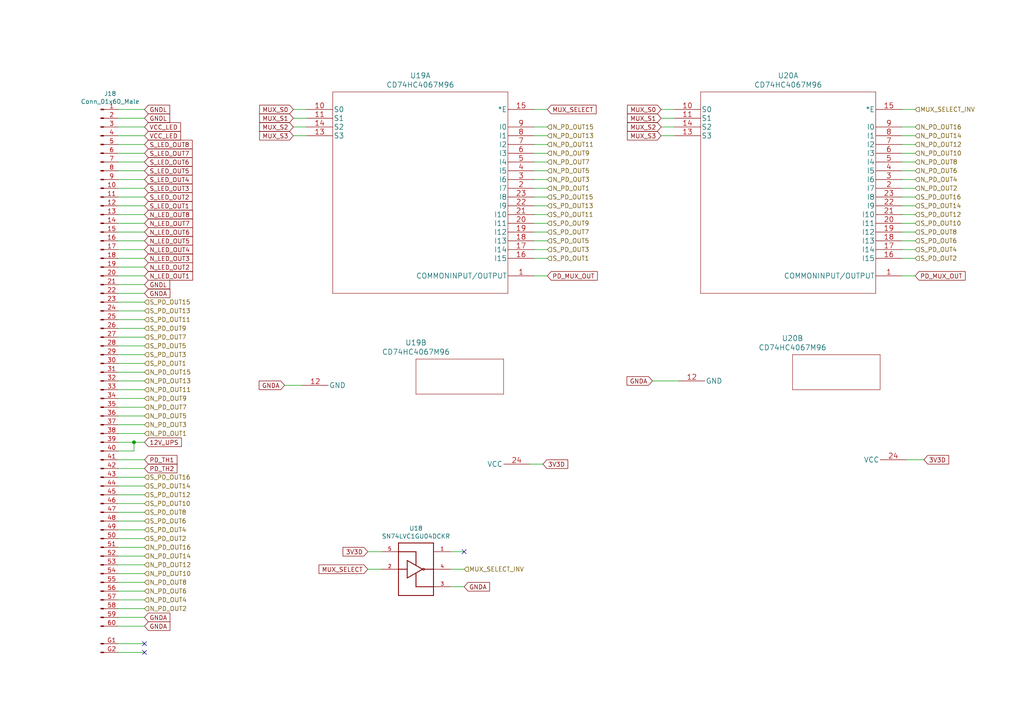
<source format=kicad_sch>
(kicad_sch (version 20211123) (generator eeschema)
  (paper "A4")
  (lib_symbols
    (symbol "Ninja-qPCR:CD74HC4067M96" (pin_names (offset 0.254))
      (property "Reference" "U" (at 33.02 10.16 0))
      (property "Value" "Ninja-qPCR_CD74HC4067M96" (at 33.02 7.62 0))
      (symbol "CD74HC4067M96_1_1"
        (polyline (pts (xy 7.62 -53.34) (xy 58.42 -53.34)) (stroke (width 0.127)))
        (polyline (pts (xy 7.62 5.08) (xy 7.62 -53.34)) (stroke (width 0.127)))
        (polyline (pts (xy 58.42 -53.34) (xy 58.42 5.08)) (stroke (width 0.127)))
        (polyline (pts (xy 58.42 5.08) (xy 7.62 5.08)) (stroke (width 0.127)))
        (pin bidirectional line (at 0 -48.26 0) (length 7.62) (name "COMMONINPUT/OUTPUT") (number "1"))
        (pin output line (at 66.04 0 180) (length 7.62) (name "S0") (number "10"))
        (pin output line (at 66.04 -2.54 180) (length 7.62) (name "S1") (number "11"))
        (pin output line (at 66.04 -7.62 180) (length 7.62) (name "S3") (number "13"))
        (pin output line (at 66.04 -5.08 180) (length 7.62) (name "S2") (number "14"))
        (pin input line (at 0 0 0) (length 7.62) (name "*E") (number "15"))
        (pin input line (at 0 -43.18 0) (length 7.62) (name "I15") (number "16"))
        (pin input line (at 0 -40.64 0) (length 7.62) (name "I14") (number "17"))
        (pin input line (at 0 -38.1 0) (length 7.62) (name "I13") (number "18"))
        (pin input line (at 0 -35.56 0) (length 7.62) (name "I12") (number "19"))
        (pin input line (at 0 -22.86 0) (length 7.62) (name "I7") (number "2"))
        (pin input line (at 0 -33.02 0) (length 7.62) (name "I11") (number "20"))
        (pin input line (at 0 -30.48 0) (length 7.62) (name "I10") (number "21"))
        (pin input line (at 0 -27.94 0) (length 7.62) (name "I9") (number "22"))
        (pin input line (at 0 -25.4 0) (length 7.62) (name "I8") (number "23"))
        (pin input line (at 0 -20.32 0) (length 7.62) (name "I6") (number "3"))
        (pin input line (at 0 -17.78 0) (length 7.62) (name "I5") (number "4"))
        (pin input line (at 0 -15.24 0) (length 7.62) (name "I4") (number "5"))
        (pin input line (at 0 -12.7 0) (length 7.62) (name "I3") (number "6"))
        (pin input line (at 0 -10.16 0) (length 7.62) (name "I2") (number "7"))
        (pin input line (at 0 -7.62 0) (length 7.62) (name "I1") (number "8"))
        (pin input line (at 0 -5.08 0) (length 7.62) (name "I0") (number "9"))
      )
      (symbol "CD74HC4067M96_2_1"
        (polyline (pts (xy 7.62 -5.08) (xy 33.02 -5.08)) (stroke (width 0.127)))
        (polyline (pts (xy 7.62 5.08) (xy 7.62 -5.08)) (stroke (width 0.127)))
        (polyline (pts (xy 33.02 -5.08) (xy 33.02 5.08)) (stroke (width 0.127)))
        (polyline (pts (xy 33.02 5.08) (xy 7.62 5.08)) (stroke (width 0.127)))
        (pin power_in line (at 66.04 -2.54 180) (length 7.62) (name "GND") (number "12"))
        (pin power_in line (at 0 -25.4 0) (length 7.62) (name "VCC") (number "24"))
      )
    )
    (symbol "Ninja-qPCR:Conn_01x60_Male" (pin_names (offset 1.016) hide)
      (property "Reference" "J" (at 0 50.8 0))
      (property "Value" "Ninja-qPCR_Conn_01x60_Male" (at 1.27 -113.03 0))
      (symbol "Conn_01x60_Male_1_1"
        (polyline (pts (xy 1.27 -109.22) (xy 0.8636 -109.22)) (stroke (width 0.1524)))
        (polyline (pts (xy 1.27 -106.68) (xy 0.8636 -106.68)) (stroke (width 0.1524)))
        (polyline (pts (xy 1.27 -101.6) (xy 0.8636 -101.6)) (stroke (width 0.1524)))
        (polyline (pts (xy 1.27 -99.06) (xy 0.8636 -99.06)) (stroke (width 0.1524)))
        (polyline (pts (xy 1.27 -96.52) (xy 0.8636 -96.52)) (stroke (width 0.1524)))
        (polyline (pts (xy 1.27 -93.98) (xy 0.8636 -93.98)) (stroke (width 0.1524)))
        (polyline (pts (xy 1.27 -91.44) (xy 0.8636 -91.44)) (stroke (width 0.1524)))
        (polyline (pts (xy 1.27 -88.9) (xy 0.8636 -88.9)) (stroke (width 0.1524)))
        (polyline (pts (xy 1.27 -86.36) (xy 0.8636 -86.36)) (stroke (width 0.1524)))
        (polyline (pts (xy 1.27 -83.82) (xy 0.8636 -83.82)) (stroke (width 0.1524)))
        (polyline (pts (xy 1.27 -81.28) (xy 0.8636 -81.28)) (stroke (width 0.1524)))
        (polyline (pts (xy 1.27 -78.74) (xy 0.8636 -78.74)) (stroke (width 0.1524)))
        (polyline (pts (xy 1.27 -76.2) (xy 0.8636 -76.2)) (stroke (width 0.1524)))
        (polyline (pts (xy 1.27 -73.66) (xy 0.8636 -73.66)) (stroke (width 0.1524)))
        (polyline (pts (xy 1.27 -71.12) (xy 0.8636 -71.12)) (stroke (width 0.1524)))
        (polyline (pts (xy 1.27 -68.58) (xy 0.8636 -68.58)) (stroke (width 0.1524)))
        (polyline (pts (xy 1.27 -66.04) (xy 0.8636 -66.04)) (stroke (width 0.1524)))
        (polyline (pts (xy 1.27 -63.5) (xy 0.8636 -63.5)) (stroke (width 0.1524)))
        (polyline (pts (xy 1.27 -60.96) (xy 0.8636 -60.96)) (stroke (width 0.1524)))
        (polyline (pts (xy 1.27 -58.42) (xy 0.8636 -58.42)) (stroke (width 0.1524)))
        (polyline (pts (xy 1.27 -55.88) (xy 0.8636 -55.88)) (stroke (width 0.1524)))
        (polyline (pts (xy 1.27 -53.34) (xy 0.8636 -53.34)) (stroke (width 0.1524)))
        (polyline (pts (xy 1.27 -50.8) (xy 0.8636 -50.8)) (stroke (width 0.1524)))
        (polyline (pts (xy 1.27 -48.26) (xy 0.8636 -48.26)) (stroke (width 0.1524)))
        (polyline (pts (xy 1.27 -45.72) (xy 0.8636 -45.72)) (stroke (width 0.1524)))
        (polyline (pts (xy 1.27 -43.18) (xy 0.8636 -43.18)) (stroke (width 0.1524)))
        (polyline (pts (xy 1.27 -40.64) (xy 0.8636 -40.64)) (stroke (width 0.1524)))
        (polyline (pts (xy 1.27 -38.1) (xy 0.8636 -38.1)) (stroke (width 0.1524)))
        (polyline (pts (xy 1.27 -35.56) (xy 0.8636 -35.56)) (stroke (width 0.1524)))
        (polyline (pts (xy 1.27 -33.02) (xy 0.8636 -33.02)) (stroke (width 0.1524)))
        (polyline (pts (xy 1.27 -30.48) (xy 0.8636 -30.48)) (stroke (width 0.1524)))
        (polyline (pts (xy 1.27 -27.94) (xy 0.8636 -27.94)) (stroke (width 0.1524)))
        (polyline (pts (xy 1.27 -25.4) (xy 0.8636 -25.4)) (stroke (width 0.1524)))
        (polyline (pts (xy 1.27 -22.86) (xy 0.8636 -22.86)) (stroke (width 0.1524)))
        (polyline (pts (xy 1.27 -20.32) (xy 0.8636 -20.32)) (stroke (width 0.1524)))
        (polyline (pts (xy 1.27 -17.78) (xy 0.8636 -17.78)) (stroke (width 0.1524)))
        (polyline (pts (xy 1.27 -15.24) (xy 0.8636 -15.24)) (stroke (width 0.1524)))
        (polyline (pts (xy 1.27 -12.7) (xy 0.8636 -12.7)) (stroke (width 0.1524)))
        (polyline (pts (xy 1.27 -10.16) (xy 0.8636 -10.16)) (stroke (width 0.1524)))
        (polyline (pts (xy 1.27 -7.62) (xy 0.8636 -7.62)) (stroke (width 0.1524)))
        (polyline (pts (xy 1.27 -5.08) (xy 0.8636 -5.08)) (stroke (width 0.1524)))
        (polyline (pts (xy 1.27 -2.54) (xy 0.8636 -2.54)) (stroke (width 0.1524)))
        (polyline (pts (xy 1.27 0) (xy 0.8636 0)) (stroke (width 0.1524)))
        (polyline (pts (xy 1.27 2.54) (xy 0.8636 2.54)) (stroke (width 0.1524)))
        (polyline (pts (xy 1.27 5.08) (xy 0.8636 5.08)) (stroke (width 0.1524)))
        (polyline (pts (xy 1.27 7.62) (xy 0.8636 7.62)) (stroke (width 0.1524)))
        (polyline (pts (xy 1.27 10.16) (xy 0.8636 10.16)) (stroke (width 0.1524)))
        (polyline (pts (xy 1.27 12.7) (xy 0.8636 12.7)) (stroke (width 0.1524)))
        (polyline (pts (xy 1.27 15.24) (xy 0.8636 15.24)) (stroke (width 0.1524)))
        (polyline (pts (xy 1.27 17.78) (xy 0.8636 17.78)) (stroke (width 0.1524)))
        (polyline (pts (xy 1.27 20.32) (xy 0.8636 20.32)) (stroke (width 0.1524)))
        (polyline (pts (xy 1.27 22.86) (xy 0.8636 22.86)) (stroke (width 0.1524)))
        (polyline (pts (xy 1.27 25.4) (xy 0.8636 25.4)) (stroke (width 0.1524)))
        (polyline (pts (xy 1.27 27.94) (xy 0.8636 27.94)) (stroke (width 0.1524)))
        (polyline (pts (xy 1.27 30.48) (xy 0.8636 30.48)) (stroke (width 0.1524)))
        (polyline (pts (xy 1.27 33.02) (xy 0.8636 33.02)) (stroke (width 0.1524)))
        (polyline (pts (xy 1.27 35.56) (xy 0.8636 35.56)) (stroke (width 0.1524)))
        (polyline (pts (xy 1.27 38.1) (xy 0.8636 38.1)) (stroke (width 0.1524)))
        (polyline (pts (xy 1.27 40.64) (xy 0.8636 40.64)) (stroke (width 0.1524)))
        (polyline (pts (xy 1.27 43.18) (xy 0.8636 43.18)) (stroke (width 0.1524)))
        (polyline (pts (xy 1.27 45.72) (xy 0.8636 45.72)) (stroke (width 0.1524)))
        (polyline (pts (xy 1.27 48.26) (xy 0.8636 48.26)) (stroke (width 0.1524)))
        (rectangle (start 0.8636 -109.093) (end 0 -109.347) (stroke (width 0.1524)) (fill (type outline)))
        (rectangle (start 0.8636 -106.553) (end 0 -106.807) (stroke (width 0.1524)) (fill (type outline)))
        (rectangle (start 0.8636 -101.473) (end 0 -101.727) (stroke (width 0.1524)) (fill (type outline)))
        (rectangle (start 0.8636 -98.933) (end 0 -99.187) (stroke (width 0.1524)) (fill (type outline)))
        (rectangle (start 0.8636 -96.393) (end 0 -96.647) (stroke (width 0.1524)) (fill (type outline)))
        (rectangle (start 0.8636 -93.853) (end 0 -94.107) (stroke (width 0.1524)) (fill (type outline)))
        (rectangle (start 0.8636 -91.313) (end 0 -91.567) (stroke (width 0.1524)) (fill (type outline)))
        (rectangle (start 0.8636 -88.773) (end 0 -89.027) (stroke (width 0.1524)) (fill (type outline)))
        (rectangle (start 0.8636 -86.233) (end 0 -86.487) (stroke (width 0.1524)) (fill (type outline)))
        (rectangle (start 0.8636 -83.693) (end 0 -83.947) (stroke (width 0.1524)) (fill (type outline)))
        (rectangle (start 0.8636 -81.153) (end 0 -81.407) (stroke (width 0.1524)) (fill (type outline)))
        (rectangle (start 0.8636 -78.613) (end 0 -78.867) (stroke (width 0.1524)) (fill (type outline)))
        (rectangle (start 0.8636 -76.073) (end 0 -76.327) (stroke (width 0.1524)) (fill (type outline)))
        (rectangle (start 0.8636 -73.533) (end 0 -73.787) (stroke (width 0.1524)) (fill (type outline)))
        (rectangle (start 0.8636 -70.993) (end 0 -71.247) (stroke (width 0.1524)) (fill (type outline)))
        (rectangle (start 0.8636 -68.453) (end 0 -68.707) (stroke (width 0.1524)) (fill (type outline)))
        (rectangle (start 0.8636 -65.913) (end 0 -66.167) (stroke (width 0.1524)) (fill (type outline)))
        (rectangle (start 0.8636 -63.373) (end 0 -63.627) (stroke (width 0.1524)) (fill (type outline)))
        (rectangle (start 0.8636 -60.833) (end 0 -61.087) (stroke (width 0.1524)) (fill (type outline)))
        (rectangle (start 0.8636 -58.293) (end 0 -58.547) (stroke (width 0.1524)) (fill (type outline)))
        (rectangle (start 0.8636 -55.753) (end 0 -56.007) (stroke (width 0.1524)) (fill (type outline)))
        (rectangle (start 0.8636 -53.213) (end 0 -53.467) (stroke (width 0.1524)) (fill (type outline)))
        (rectangle (start 0.8636 -50.673) (end 0 -50.927) (stroke (width 0.1524)) (fill (type outline)))
        (rectangle (start 0.8636 -48.133) (end 0 -48.387) (stroke (width 0.1524)) (fill (type outline)))
        (rectangle (start 0.8636 -45.593) (end 0 -45.847) (stroke (width 0.1524)) (fill (type outline)))
        (rectangle (start 0.8636 -43.053) (end 0 -43.307) (stroke (width 0.1524)) (fill (type outline)))
        (rectangle (start 0.8636 -40.513) (end 0 -40.767) (stroke (width 0.1524)) (fill (type outline)))
        (rectangle (start 0.8636 -37.973) (end 0 -38.227) (stroke (width 0.1524)) (fill (type outline)))
        (rectangle (start 0.8636 -35.433) (end 0 -35.687) (stroke (width 0.1524)) (fill (type outline)))
        (rectangle (start 0.8636 -32.893) (end 0 -33.147) (stroke (width 0.1524)) (fill (type outline)))
        (rectangle (start 0.8636 -30.353) (end 0 -30.607) (stroke (width 0.1524)) (fill (type outline)))
        (rectangle (start 0.8636 -27.813) (end 0 -28.067) (stroke (width 0.1524)) (fill (type outline)))
        (rectangle (start 0.8636 -25.273) (end 0 -25.527) (stroke (width 0.1524)) (fill (type outline)))
        (rectangle (start 0.8636 -22.733) (end 0 -22.987) (stroke (width 0.1524)) (fill (type outline)))
        (rectangle (start 0.8636 -20.193) (end 0 -20.447) (stroke (width 0.1524)) (fill (type outline)))
        (rectangle (start 0.8636 -17.653) (end 0 -17.907) (stroke (width 0.1524)) (fill (type outline)))
        (rectangle (start 0.8636 -15.113) (end 0 -15.367) (stroke (width 0.1524)) (fill (type outline)))
        (rectangle (start 0.8636 -12.573) (end 0 -12.827) (stroke (width 0.1524)) (fill (type outline)))
        (rectangle (start 0.8636 -10.033) (end 0 -10.287) (stroke (width 0.1524)) (fill (type outline)))
        (rectangle (start 0.8636 -7.493) (end 0 -7.747) (stroke (width 0.1524)) (fill (type outline)))
        (rectangle (start 0.8636 -4.953) (end 0 -5.207) (stroke (width 0.1524)) (fill (type outline)))
        (rectangle (start 0.8636 -2.413) (end 0 -2.667) (stroke (width 0.1524)) (fill (type outline)))
        (rectangle (start 0.8636 0.127) (end 0 -0.127) (stroke (width 0.1524)) (fill (type outline)))
        (rectangle (start 0.8636 2.667) (end 0 2.413) (stroke (width 0.1524)) (fill (type outline)))
        (rectangle (start 0.8636 5.207) (end 0 4.953) (stroke (width 0.1524)) (fill (type outline)))
        (rectangle (start 0.8636 7.747) (end 0 7.493) (stroke (width 0.1524)) (fill (type outline)))
        (rectangle (start 0.8636 10.287) (end 0 10.033) (stroke (width 0.1524)) (fill (type outline)))
        (rectangle (start 0.8636 12.827) (end 0 12.573) (stroke (width 0.1524)) (fill (type outline)))
        (rectangle (start 0.8636 15.367) (end 0 15.113) (stroke (width 0.1524)) (fill (type outline)))
        (rectangle (start 0.8636 17.907) (end 0 17.653) (stroke (width 0.1524)) (fill (type outline)))
        (rectangle (start 0.8636 20.447) (end 0 20.193) (stroke (width 0.1524)) (fill (type outline)))
        (rectangle (start 0.8636 22.987) (end 0 22.733) (stroke (width 0.1524)) (fill (type outline)))
        (rectangle (start 0.8636 25.527) (end 0 25.273) (stroke (width 0.1524)) (fill (type outline)))
        (rectangle (start 0.8636 28.067) (end 0 27.813) (stroke (width 0.1524)) (fill (type outline)))
        (rectangle (start 0.8636 30.607) (end 0 30.353) (stroke (width 0.1524)) (fill (type outline)))
        (rectangle (start 0.8636 33.147) (end 0 32.893) (stroke (width 0.1524)) (fill (type outline)))
        (rectangle (start 0.8636 35.687) (end 0 35.433) (stroke (width 0.1524)) (fill (type outline)))
        (rectangle (start 0.8636 38.227) (end 0 37.973) (stroke (width 0.1524)) (fill (type outline)))
        (rectangle (start 0.8636 40.767) (end 0 40.513) (stroke (width 0.1524)) (fill (type outline)))
        (rectangle (start 0.8636 43.307) (end 0 43.053) (stroke (width 0.1524)) (fill (type outline)))
        (rectangle (start 0.8636 45.847) (end 0 45.593) (stroke (width 0.1524)) (fill (type outline)))
        (rectangle (start 0.8636 48.387) (end 0 48.133) (stroke (width 0.1524)) (fill (type outline)))
        (pin passive line (at 5.08 48.26 180) (length 3.81) (name "Pin_1") (number "1"))
        (pin passive line (at 5.08 25.4 180) (length 3.81) (name "Pin_10") (number "10"))
        (pin passive line (at 5.08 22.86 180) (length 3.81) (name "Pin_11") (number "11"))
        (pin passive line (at 5.08 20.32 180) (length 3.81) (name "Pin_12") (number "12"))
        (pin passive line (at 5.08 17.78 180) (length 3.81) (name "Pin_13") (number "13"))
        (pin passive line (at 5.08 15.24 180) (length 3.81) (name "Pin_14") (number "14"))
        (pin passive line (at 5.08 12.7 180) (length 3.81) (name "Pin_15") (number "15"))
        (pin passive line (at 5.08 10.16 180) (length 3.81) (name "Pin_16") (number "16"))
        (pin passive line (at 5.08 7.62 180) (length 3.81) (name "Pin_17") (number "17"))
        (pin passive line (at 5.08 5.08 180) (length 3.81) (name "Pin_18") (number "18"))
        (pin passive line (at 5.08 2.54 180) (length 3.81) (name "Pin_19") (number "19"))
        (pin passive line (at 5.08 45.72 180) (length 3.81) (name "Pin_2") (number "2"))
        (pin passive line (at 5.08 0 180) (length 3.81) (name "Pin_20") (number "20"))
        (pin passive line (at 5.08 -2.54 180) (length 3.81) (name "Pin_21") (number "21"))
        (pin passive line (at 5.08 -5.08 180) (length 3.81) (name "Pin_22") (number "22"))
        (pin passive line (at 5.08 -7.62 180) (length 3.81) (name "Pin_23") (number "23"))
        (pin passive line (at 5.08 -10.16 180) (length 3.81) (name "Pin_24") (number "24"))
        (pin passive line (at 5.08 -12.7 180) (length 3.81) (name "Pin_25") (number "25"))
        (pin passive line (at 5.08 -15.24 180) (length 3.81) (name "Pin_26") (number "26"))
        (pin passive line (at 5.08 -17.78 180) (length 3.81) (name "Pin_27") (number "27"))
        (pin passive line (at 5.08 -20.32 180) (length 3.81) (name "Pin_28") (number "28"))
        (pin passive line (at 5.08 -22.86 180) (length 3.81) (name "Pin_29") (number "29"))
        (pin passive line (at 5.08 43.18 180) (length 3.81) (name "Pin_3") (number "3"))
        (pin passive line (at 5.08 -25.4 180) (length 3.81) (name "Pin_30") (number "30"))
        (pin passive line (at 5.08 -27.94 180) (length 3.81) (name "Pin_31") (number "31"))
        (pin passive line (at 5.08 -30.48 180) (length 3.81) (name "Pin_32") (number "32"))
        (pin passive line (at 5.08 -33.02 180) (length 3.81) (name "Pin_33") (number "33"))
        (pin passive line (at 5.08 -35.56 180) (length 3.81) (name "Pin_34") (number "34"))
        (pin passive line (at 5.08 -38.1 180) (length 3.81) (name "Pin_35") (number "35"))
        (pin passive line (at 5.08 -40.64 180) (length 3.81) (name "Pin_36") (number "36"))
        (pin passive line (at 5.08 -43.18 180) (length 3.81) (name "Pin_37") (number "37"))
        (pin passive line (at 5.08 -45.72 180) (length 3.81) (name "Pin_38") (number "38"))
        (pin passive line (at 5.08 -48.26 180) (length 3.81) (name "Pin_39") (number "39"))
        (pin passive line (at 5.08 40.64 180) (length 3.81) (name "Pin_4") (number "4"))
        (pin passive line (at 5.08 -50.8 180) (length 3.81) (name "Pin_40") (number "40"))
        (pin passive line (at 5.08 -53.34 180) (length 3.81) (name "Pin_41") (number "41"))
        (pin passive line (at 5.08 -55.88 180) (length 3.81) (name "Pin_42") (number "42"))
        (pin passive line (at 5.08 -58.42 180) (length 3.81) (name "Pin_43") (number "43"))
        (pin passive line (at 5.08 -60.96 180) (length 3.81) (name "Pin_44") (number "44"))
        (pin passive line (at 5.08 -63.5 180) (length 3.81) (name "Pin_45") (number "45"))
        (pin passive line (at 5.08 -66.04 180) (length 3.81) (name "Pin_46") (number "46"))
        (pin passive line (at 5.08 -68.58 180) (length 3.81) (name "Pin_47") (number "47"))
        (pin passive line (at 5.08 -71.12 180) (length 3.81) (name "Pin_48") (number "48"))
        (pin passive line (at 5.08 -73.66 180) (length 3.81) (name "Pin_49") (number "49"))
        (pin passive line (at 5.08 38.1 180) (length 3.81) (name "Pin_5") (number "5"))
        (pin passive line (at 5.08 -76.2 180) (length 3.81) (name "Pin_50") (number "50"))
        (pin passive line (at 5.08 -78.74 180) (length 3.81) (name "Pin_51") (number "51"))
        (pin passive line (at 5.08 -81.28 180) (length 3.81) (name "Pin_52") (number "52"))
        (pin passive line (at 5.08 -83.82 180) (length 3.81) (name "Pin_53") (number "53"))
        (pin passive line (at 5.08 -86.36 180) (length 3.81) (name "Pin_54") (number "54"))
        (pin passive line (at 5.08 -88.9 180) (length 3.81) (name "Pin_55") (number "55"))
        (pin passive line (at 5.08 -91.44 180) (length 3.81) (name "Pin_56") (number "56"))
        (pin passive line (at 5.08 -93.98 180) (length 3.81) (name "Pin_57") (number "57"))
        (pin passive line (at 5.08 -96.52 180) (length 3.81) (name "Pin_58") (number "58"))
        (pin passive line (at 5.08 -99.06 180) (length 3.81) (name "Pin_59") (number "59"))
        (pin passive line (at 5.08 35.56 180) (length 3.81) (name "Pin_6") (number "6"))
        (pin passive line (at 5.08 -101.6 180) (length 3.81) (name "Pin_60") (number "60"))
        (pin passive line (at 5.08 33.02 180) (length 3.81) (name "Pin_7") (number "7"))
        (pin passive line (at 5.08 30.48 180) (length 3.81) (name "Pin_8") (number "8"))
        (pin passive line (at 5.08 27.94 180) (length 3.81) (name "Pin_9") (number "9"))
        (pin passive line (at 5.08 -106.68 180) (length 3.81) (name "Pin_G1") (number "G1"))
        (pin passive line (at 5.08 -109.22 180) (length 3.81) (name "Pin_G2") (number "G2"))
      )
    )
    (symbol "Ninja-qPCR:SN74LVC1G04DBVR" (pin_names (offset 1.016) hide)
      (property "Reference" "U" (at -5.08 8.6106 0))
      (property "Value" "Ninja-qPCR_SN74LVC1G04DBVR" (at -5.08 -10.16 0))
      (symbol "SN74LVC1G04DBVR_0_0"
        (polyline (pts (xy -5.08 -7.62) (xy 5.08 -7.62)) (stroke (width 0.254)))
        (polyline (pts (xy -5.08 0) (xy -2.54 0)) (stroke (width 0.254)))
        (polyline (pts (xy -5.08 5.08) (xy 0 5.08)) (stroke (width 0.254)))
        (polyline (pts (xy -5.08 7.62) (xy -5.08 -7.62)) (stroke (width 0.254)))
        (polyline (pts (xy -2.54 -2.54) (xy -2.54 0)) (stroke (width 0.254)))
        (polyline (pts (xy -2.54 0) (xy -2.54 2.54)) (stroke (width 0.254)))
        (polyline (pts (xy -2.54 2.54) (xy 1.905 0)) (stroke (width 0.254)))
        (polyline (pts (xy 0 -5.08) (xy 5.08 -5.08)) (stroke (width 0.254)))
        (polyline (pts (xy 0 -1.143) (xy 0 -5.08)) (stroke (width 0.254)))
        (polyline (pts (xy 0 5.08) (xy 0 1.143)) (stroke (width 0.254)))
        (polyline (pts (xy 1.905 0) (xy -2.54 -2.54)) (stroke (width 0.254)))
        (polyline (pts (xy 2.54 0) (xy 5.08 0)) (stroke (width 0.254)))
        (polyline (pts (xy 5.08 -7.62) (xy 5.08 7.62)) (stroke (width 0.254)))
        (polyline (pts (xy 5.08 7.62) (xy -5.08 7.62)) (stroke (width 0.254)))
        (circle (center 2.1844 0) (radius 0.254) (stroke (width 0.254)))
        (pin passive line (at 10.16 5.08 180) (length 5.08) (name "~") (number "1"))
        (pin input line (at -10.16 0 0) (length 5.08) (name "~") (number "2"))
        (pin power_in line (at 10.16 -5.08 180) (length 5.08) (name "~") (number "3"))
        (pin output line (at 10.16 0 180) (length 5.08) (name "~") (number "4"))
        (pin power_in line (at -10.16 5.08 0) (length 5.08) (name "~") (number "5"))
      )
    )
  )
  (junction (at 38.862 128.27))
  (no_connect (at 134.62 160.02))
  (no_connect (at 41.91 189.23))
  (no_connect (at 41.91 186.69))
  (wire (pts (xy 88.9 31.75) (xy 85.09 31.75)))
  (wire (pts (xy 41.91 80.01) (xy 34.29 80.01)))
  (wire (pts (xy 265.43 67.31) (xy 261.62 67.31)))
  (wire (pts (xy 265.43 44.45) (xy 261.62 44.45)))
  (wire (pts (xy 41.91 148.59) (xy 34.29 148.59)))
  (wire (pts (xy 41.91 135.89) (xy 34.29 135.89)))
  (wire (pts (xy 41.91 179.07) (xy 34.29 179.07)))
  (wire (pts (xy 41.91 92.71) (xy 34.29 92.71)))
  (wire (pts (xy 41.91 39.37) (xy 34.29 39.37)))
  (wire (pts (xy 267.97 133.35) (xy 262.89 133.35)))
  (wire (pts (xy 82.55 111.76) (xy 87.63 111.76)))
  (wire (pts (xy 41.91 64.77) (xy 34.29 64.77)))
  (wire (pts (xy 41.91 171.45) (xy 34.29 171.45)))
  (wire (pts (xy 41.91 85.09) (xy 34.29 85.09)))
  (wire (pts (xy 41.91 36.83) (xy 34.29 36.83)))
  (wire (pts (xy 134.62 160.02) (xy 130.81 160.02)))
  (wire (pts (xy 265.43 31.75) (xy 261.62 31.75)))
  (wire (pts (xy 189.23 110.49) (xy 196.85 110.49)))
  (wire (pts (xy 41.91 31.75) (xy 34.29 31.75)))
  (wire (pts (xy 265.43 54.61) (xy 261.62 54.61)))
  (wire (pts (xy 41.91 140.97) (xy 34.29 140.97)))
  (wire (pts (xy 41.91 82.55) (xy 34.29 82.55)))
  (wire (pts (xy 158.75 80.01) (xy 154.94 80.01)))
  (wire (pts (xy 41.91 181.61) (xy 34.29 181.61)))
  (wire (pts (xy 41.91 151.13) (xy 34.29 151.13)))
  (wire (pts (xy 158.75 67.31) (xy 154.94 67.31)))
  (wire (pts (xy 265.43 64.77) (xy 261.62 64.77)))
  (wire (pts (xy 41.91 46.99) (xy 34.29 46.99)))
  (wire (pts (xy 158.75 41.91) (xy 154.94 41.91)))
  (wire (pts (xy 191.77 34.29) (xy 195.58 34.29)))
  (wire (pts (xy 265.43 41.91) (xy 261.62 41.91)))
  (wire (pts (xy 41.91 138.43) (xy 34.29 138.43)))
  (wire (pts (xy 41.91 113.03) (xy 34.29 113.03)))
  (wire (pts (xy 265.43 57.15) (xy 261.62 57.15)))
  (wire (pts (xy 41.91 118.11) (xy 34.29 118.11)))
  (wire (pts (xy 195.58 36.83) (xy 191.77 36.83)))
  (wire (pts (xy 41.91 72.39) (xy 34.29 72.39)))
  (wire (pts (xy 158.75 31.75) (xy 154.94 31.75)))
  (wire (pts (xy 88.9 39.37) (xy 85.09 39.37)))
  (wire (pts (xy 41.91 44.45) (xy 34.29 44.45)))
  (wire (pts (xy 158.75 54.61) (xy 154.94 54.61)))
  (wire (pts (xy 41.91 100.33) (xy 34.29 100.33)))
  (wire (pts (xy 191.77 39.37) (xy 195.58 39.37)))
  (wire (pts (xy 41.91 146.05) (xy 34.29 146.05)))
  (wire (pts (xy 41.91 57.15) (xy 34.29 57.15)))
  (wire (pts (xy 265.43 49.53) (xy 261.62 49.53)))
  (wire (pts (xy 158.75 69.85) (xy 154.94 69.85)))
  (wire (pts (xy 41.91 59.69) (xy 34.29 59.69)))
  (wire (pts (xy 41.91 161.29) (xy 34.29 161.29)))
  (wire (pts (xy 41.91 74.93) (xy 34.29 74.93)))
  (wire (pts (xy 265.43 69.85) (xy 261.62 69.85)))
  (wire (pts (xy 41.91 102.87) (xy 34.29 102.87)))
  (wire (pts (xy 41.91 97.79) (xy 34.29 97.79)))
  (wire (pts (xy 41.91 163.83) (xy 34.29 163.83)))
  (wire (pts (xy 41.91 90.17) (xy 34.29 90.17)))
  (wire (pts (xy 158.75 74.93) (xy 154.94 74.93)))
  (wire (pts (xy 41.91 168.91) (xy 34.29 168.91)))
  (wire (pts (xy 41.91 176.53) (xy 34.29 176.53)))
  (wire (pts (xy 41.91 49.53) (xy 34.29 49.53)))
  (wire (pts (xy 88.9 36.83) (xy 85.09 36.83)))
  (wire (pts (xy 158.75 49.53) (xy 154.94 49.53)))
  (wire (pts (xy 38.862 130.81) (xy 38.862 128.27)))
  (wire (pts (xy 41.91 186.69) (xy 34.29 186.69)))
  (wire (pts (xy 158.75 57.15) (xy 154.94 57.15)))
  (wire (pts (xy 106.68 165.1) (xy 110.49 165.1)))
  (wire (pts (xy 158.75 36.83) (xy 154.94 36.83)))
  (wire (pts (xy 41.91 54.61) (xy 34.29 54.61)))
  (wire (pts (xy 158.75 59.69) (xy 154.94 59.69)))
  (wire (pts (xy 110.49 160.02) (xy 106.68 160.02)))
  (wire (pts (xy 158.75 62.23) (xy 154.94 62.23)))
  (wire (pts (xy 41.91 105.41) (xy 34.29 105.41)))
  (wire (pts (xy 41.91 77.47) (xy 34.29 77.47)))
  (wire (pts (xy 41.91 173.99) (xy 34.29 173.99)))
  (wire (pts (xy 158.75 64.77) (xy 154.94 64.77)))
  (wire (pts (xy 41.91 156.21) (xy 34.29 156.21)))
  (wire (pts (xy 134.62 170.18) (xy 130.81 170.18)))
  (wire (pts (xy 41.91 110.49) (xy 34.29 110.49)))
  (wire (pts (xy 41.91 125.73) (xy 34.29 125.73)))
  (wire (pts (xy 41.91 95.25) (xy 34.29 95.25)))
  (wire (pts (xy 265.43 36.83) (xy 261.62 36.83)))
  (wire (pts (xy 88.9 34.29) (xy 85.09 34.29)))
  (wire (pts (xy 265.43 72.39) (xy 261.62 72.39)))
  (wire (pts (xy 41.91 52.07) (xy 34.29 52.07)))
  (wire (pts (xy 265.43 62.23) (xy 261.62 62.23)))
  (wire (pts (xy 41.91 166.37) (xy 34.29 166.37)))
  (wire (pts (xy 158.75 46.99) (xy 154.94 46.99)))
  (wire (pts (xy 265.43 52.07) (xy 261.62 52.07)))
  (wire (pts (xy 41.91 123.19) (xy 34.29 123.19)))
  (wire (pts (xy 34.29 130.81) (xy 38.862 130.81)))
  (wire (pts (xy 265.43 74.93) (xy 261.62 74.93)))
  (wire (pts (xy 134.62 165.1) (xy 130.81 165.1)))
  (wire (pts (xy 41.91 133.35) (xy 34.29 133.35)))
  (wire (pts (xy 265.43 59.69) (xy 261.62 59.69)))
  (wire (pts (xy 41.91 67.31) (xy 34.29 67.31)))
  (wire (pts (xy 158.75 39.37) (xy 154.94 39.37)))
  (wire (pts (xy 158.75 52.07) (xy 154.94 52.07)))
  (wire (pts (xy 195.58 31.75) (xy 191.77 31.75)))
  (wire (pts (xy 41.91 69.85) (xy 34.29 69.85)))
  (wire (pts (xy 265.43 80.01) (xy 261.62 80.01)))
  (wire (pts (xy 41.91 153.67) (xy 34.29 153.67)))
  (wire (pts (xy 158.75 44.45) (xy 154.94 44.45)))
  (wire (pts (xy 41.91 41.91) (xy 34.29 41.91)))
  (wire (pts (xy 265.43 39.37) (xy 261.62 39.37)))
  (wire (pts (xy 158.75 72.39) (xy 154.94 72.39)))
  (wire (pts (xy 41.91 34.29) (xy 34.29 34.29)))
  (wire (pts (xy 41.91 158.75) (xy 34.29 158.75)))
  (wire (pts (xy 41.91 120.65) (xy 34.29 120.65)))
  (wire (pts (xy 41.91 128.27) (xy 38.862 128.27)))
  (wire (pts (xy 41.91 189.23) (xy 34.29 189.23)))
  (wire (pts (xy 265.43 46.99) (xy 261.62 46.99)))
  (wire (pts (xy 41.91 107.95) (xy 34.29 107.95)))
  (wire (pts (xy 157.48 134.62) (xy 153.67 134.62)))
  (wire (pts (xy 41.91 115.57) (xy 34.29 115.57)))
  (wire (pts (xy 41.91 87.63) (xy 34.29 87.63)))
  (wire (pts (xy 41.91 62.23) (xy 34.29 62.23)))
  (wire (pts (xy 38.862 128.27) (xy 34.29 128.27)))
  (wire (pts (xy 41.91 143.51) (xy 34.29 143.51)))
  (global_label "PD_MUX_OUT" (shape input) (at 265.43 80.01 0) (property "Intersheet References" "${INTERSHEET_REFS}" (effects hide)))
  (global_label "MUX_S0" (shape input) (at 85.09 31.75 180) (property "Intersheet References" "${INTERSHEET_REFS}" (effects hide)))
  (global_label "S_LED_OUT6" (shape input) (at 41.91 46.99 0) (property "Intersheet References" "${INTERSHEET_REFS}" (effects hide)))
  (global_label "MUX_S3" (shape input) (at 85.09 39.37 180) (property "Intersheet References" "${INTERSHEET_REFS}" (effects hide)))
  (global_label "12V_UPS" (shape input) (at 41.91 128.27 0) (property "Intersheet References" "${INTERSHEET_REFS}" (effects hide)))
  (global_label "3V3D" (shape input) (at 157.48 134.62 0) (property "Intersheet References" "${INTERSHEET_REFS}" (effects hide)))
  (global_label "N_LED_OUT8" (shape input) (at 41.91 62.23 0) (property "Intersheet References" "${INTERSHEET_REFS}" (effects hide)))
  (global_label "GNDL" (shape input) (at 41.91 34.29 0) (property "Intersheet References" "${INTERSHEET_REFS}" (effects hide)))
  (global_label "S_LED_OUT4" (shape input) (at 41.91 52.07 0) (property "Intersheet References" "${INTERSHEET_REFS}" (effects hide)))
  (global_label "MUX_S2" (shape input) (at 85.09 36.83 180) (property "Intersheet References" "${INTERSHEET_REFS}" (effects hide)))
  (global_label "N_LED_OUT4" (shape input) (at 41.91 72.39 0) (property "Intersheet References" "${INTERSHEET_REFS}" (effects hide)))
  (global_label "MUX_SELECT" (shape input) (at 158.75 31.75 0) (property "Intersheet References" "${INTERSHEET_REFS}" (effects hide)))
  (global_label "MUX_SELECT" (shape input) (at 106.68 165.1 180) (property "Intersheet References" "${INTERSHEET_REFS}" (effects hide)))
  (global_label "GNDA" (shape input) (at 134.62 170.18 0) (property "Intersheet References" "${INTERSHEET_REFS}" (effects hide)))
  (global_label "VCC_LED" (shape input) (at 41.91 36.83 0) (property "Intersheet References" "${INTERSHEET_REFS}" (effects hide)))
  (global_label "S_LED_OUT7" (shape input) (at 41.91 44.45 0) (property "Intersheet References" "${INTERSHEET_REFS}" (effects hide)))
  (global_label "S_LED_OUT3" (shape input) (at 41.91 54.61 0) (property "Intersheet References" "${INTERSHEET_REFS}" (effects hide)))
  (global_label "S_LED_OUT1" (shape input) (at 41.91 59.69 0) (property "Intersheet References" "${INTERSHEET_REFS}" (effects hide)))
  (global_label "N_LED_OUT7" (shape input) (at 41.91 64.77 0) (property "Intersheet References" "${INTERSHEET_REFS}" (effects hide)))
  (global_label "3V3D" (shape input) (at 106.68 160.02 180) (property "Intersheet References" "${INTERSHEET_REFS}" (effects hide)))
  (global_label "N_LED_OUT2" (shape input) (at 41.91 77.47 0) (property "Intersheet References" "${INTERSHEET_REFS}" (effects hide)))
  (global_label "N_LED_OUT6" (shape input) (at 41.91 67.31 0) (property "Intersheet References" "${INTERSHEET_REFS}" (effects hide)))
  (global_label "MUX_S2" (shape input) (at 191.77 36.83 180) (property "Intersheet References" "${INTERSHEET_REFS}" (effects hide)))
  (global_label "N_LED_OUT3" (shape input) (at 41.91 74.93 0) (property "Intersheet References" "${INTERSHEET_REFS}" (effects hide)))
  (global_label "3V3D" (shape input) (at 267.97 133.35 0) (property "Intersheet References" "${INTERSHEET_REFS}" (effects hide)))
  (global_label "MUX_S1" (shape input) (at 191.77 34.29 180) (property "Intersheet References" "${INTERSHEET_REFS}" (effects hide)))
  (global_label "S_LED_OUT2" (shape input) (at 41.91 57.15 0) (property "Intersheet References" "${INTERSHEET_REFS}" (effects hide)))
  (global_label "GNDA" (shape input) (at 189.23 110.49 180) (property "Intersheet References" "${INTERSHEET_REFS}" (effects hide)))
  (global_label "PD_TH2" (shape input) (at 41.91 135.89 0) (property "Intersheet References" "${INTERSHEET_REFS}" (effects hide)))
  (global_label "PD_MUX_OUT" (shape input) (at 158.75 80.01 0) (property "Intersheet References" "${INTERSHEET_REFS}" (effects hide)))
  (global_label "MUX_S0" (shape input) (at 191.77 31.75 180) (property "Intersheet References" "${INTERSHEET_REFS}" (effects hide)))
  (global_label "MUX_S1" (shape input) (at 85.09 34.29 180) (property "Intersheet References" "${INTERSHEET_REFS}" (effects hide)))
  (global_label "GNDA" (shape input) (at 41.91 179.07 0) (property "Intersheet References" "${INTERSHEET_REFS}" (effects hide)))
  (global_label "GNDL" (shape input) (at 41.91 31.75 0) (property "Intersheet References" "${INTERSHEET_REFS}" (effects hide)))
  (global_label "S_LED_OUT5" (shape input) (at 41.91 49.53 0) (property "Intersheet References" "${INTERSHEET_REFS}" (effects hide)))
  (global_label "GNDL" (shape input) (at 41.91 82.55 0) (property "Intersheet References" "${INTERSHEET_REFS}" (effects hide)))
  (global_label "MUX_S3" (shape input) (at 191.77 39.37 180) (property "Intersheet References" "${INTERSHEET_REFS}" (effects hide)))
  (global_label "GNDA" (shape input) (at 41.91 85.09 0) (property "Intersheet References" "${INTERSHEET_REFS}" (effects hide)))
  (global_label "N_LED_OUT1" (shape input) (at 41.91 80.01 0) (property "Intersheet References" "${INTERSHEET_REFS}" (effects hide)))
  (global_label "S_LED_OUT8" (shape input) (at 41.91 41.91 0) (property "Intersheet References" "${INTERSHEET_REFS}" (effects hide)))
  (global_label "VCC_LED" (shape input) (at 41.91 39.37 0) (property "Intersheet References" "${INTERSHEET_REFS}" (effects hide)))
  (global_label "GNDA" (shape input) (at 82.55 111.76 180) (property "Intersheet References" "${INTERSHEET_REFS}" (effects hide)))
  (global_label "N_LED_OUT5" (shape input) (at 41.91 69.85 0) (property "Intersheet References" "${INTERSHEET_REFS}" (effects hide)))
  (global_label "GNDA" (shape input) (at 41.91 181.61 0) (property "Intersheet References" "${INTERSHEET_REFS}" (effects hide)))
  (global_label "PD_TH1" (shape input) (at 41.91 133.35 0) (property "Intersheet References" "${INTERSHEET_REFS}" (effects hide)))
  (hierarchical_label "S_PD_OUT15" (shape input) (at 41.91 87.63 0))
  (hierarchical_label "N_PD_OUT10" (shape input) (at 41.91 166.37 0))
  (hierarchical_label "S_PD_OUT10" (shape input) (at 265.43 64.77 0))
  (hierarchical_label "S_PD_OUT14" (shape input) (at 41.91 140.97 0))
  (hierarchical_label "S_PD_OUT2" (shape input) (at 265.43 74.93 0))
  (hierarchical_label "S_PD_OUT3" (shape input) (at 158.75 72.39 0))
  (hierarchical_label "N_PD_OUT6" (shape input) (at 41.91 171.45 0))
  (hierarchical_label "S_PD_OUT16" (shape input) (at 41.91 138.43 0))
  (hierarchical_label "N_PD_OUT9" (shape input) (at 41.91 115.57 0))
  (hierarchical_label "S_PD_OUT13" (shape input) (at 158.75 59.69 0))
  (hierarchical_label "N_PD_OUT4" (shape input) (at 41.91 173.99 0))
  (hierarchical_label "N_PD_OUT13" (shape input) (at 158.75 39.37 0))
  (hierarchical_label "MUX_SELECT_INV" (shape input) (at 134.62 165.1 0))
  (hierarchical_label "N_PD_OUT13" (shape input) (at 41.91 110.49 0))
  (hierarchical_label "S_PD_OUT7" (shape input) (at 41.91 97.79 0))
  (hierarchical_label "N_PD_OUT11" (shape input) (at 41.91 113.03 0))
  (hierarchical_label "S_PD_OUT16" (shape input) (at 265.43 57.15 0))
  (hierarchical_label "S_PD_OUT2" (shape input) (at 41.91 156.21 0))
  (hierarchical_label "N_PD_OUT16" (shape input) (at 41.91 158.75 0))
  (hierarchical_label "N_PD_OUT2" (shape input) (at 41.91 176.53 0))
  (hierarchical_label "S_PD_OUT7" (shape input) (at 158.75 67.31 0))
  (hierarchical_label "N_PD_OUT15" (shape input) (at 158.75 36.83 0))
  (hierarchical_label "N_PD_OUT10" (shape input) (at 265.43 44.45 0))
  (hierarchical_label "MUX_SELECT_INV" (shape input) (at 265.43 31.75 0))
  (hierarchical_label "S_PD_OUT6" (shape input) (at 41.91 151.13 0))
  (hierarchical_label "S_PD_OUT8" (shape input) (at 265.43 67.31 0))
  (hierarchical_label "S_PD_OUT12" (shape input) (at 265.43 62.23 0))
  (hierarchical_label "N_PD_OUT7" (shape input) (at 158.75 46.99 0))
  (hierarchical_label "N_PD_OUT12" (shape input) (at 41.91 163.83 0))
  (hierarchical_label "N_PD_OUT5" (shape input) (at 41.91 120.65 0))
  (hierarchical_label "N_PD_OUT3" (shape input) (at 158.75 52.07 0))
  (hierarchical_label "S_PD_OUT4" (shape input) (at 265.43 72.39 0))
  (hierarchical_label "S_PD_OUT1" (shape input) (at 41.91 105.41 0))
  (hierarchical_label "N_PD_OUT6" (shape input) (at 265.43 49.53 0))
  (hierarchical_label "N_PD_OUT2" (shape input) (at 265.43 54.61 0))
  (hierarchical_label "N_PD_OUT14" (shape input) (at 265.43 39.37 0))
  (hierarchical_label "N_PD_OUT16" (shape input) (at 265.43 36.83 0))
  (hierarchical_label "N_PD_OUT7" (shape input) (at 41.91 118.11 0))
  (hierarchical_label "S_PD_OUT1" (shape input) (at 158.75 74.93 0))
  (hierarchical_label "S_PD_OUT10" (shape input) (at 41.91 146.05 0))
  (hierarchical_label "N_PD_OUT12" (shape input) (at 265.43 41.91 0))
  (hierarchical_label "S_PD_OUT11" (shape input) (at 158.75 62.23 0))
  (hierarchical_label "S_PD_OUT3" (shape input) (at 41.91 102.87 0))
  (hierarchical_label "S_PD_OUT6" (shape input) (at 265.43 69.85 0))
  (hierarchical_label "S_PD_OUT5" (shape input) (at 41.91 100.33 0))
  (hierarchical_label "N_PD_OUT15" (shape input) (at 41.91 107.95 0))
  (hierarchical_label "N_PD_OUT1" (shape input) (at 158.75 54.61 0))
  (hierarchical_label "N_PD_OUT1" (shape input) (at 41.91 125.73 0))
  (hierarchical_label "N_PD_OUT8" (shape input) (at 265.43 46.99 0))
  (hierarchical_label "S_PD_OUT4" (shape input) (at 41.91 153.67 0))
  (hierarchical_label "N_PD_OUT14" (shape input) (at 41.91 161.29 0))
  (hierarchical_label "S_PD_OUT12" (shape input) (at 41.91 143.51 0))
  (hierarchical_label "N_PD_OUT4" (shape input) (at 265.43 52.07 0))
  (hierarchical_label "N_PD_OUT3" (shape input) (at 41.91 123.19 0))
  (hierarchical_label "S_PD_OUT14" (shape input) (at 265.43 59.69 0))
  (hierarchical_label "S_PD_OUT13" (shape input) (at 41.91 90.17 0))
  (hierarchical_label "N_PD_OUT11" (shape input) (at 158.75 41.91 0))
  (hierarchical_label "N_PD_OUT8" (shape input) (at 41.91 168.91 0))
  (hierarchical_label "S_PD_OUT15" (shape input) (at 158.75 57.15 0))
  (hierarchical_label "S_PD_OUT5" (shape input) (at 158.75 69.85 0))
  (hierarchical_label "S_PD_OUT9" (shape input) (at 158.75 64.77 0))
  (hierarchical_label "S_PD_OUT11" (shape input) (at 41.91 92.71 0))
  (hierarchical_label "S_PD_OUT8" (shape input) (at 41.91 148.59 0))
  (hierarchical_label "N_PD_OUT5" (shape input) (at 158.75 49.53 0))
  (hierarchical_label "S_PD_OUT9" (shape input) (at 41.91 95.25 0))
  (hierarchical_label "N_PD_OUT9" (shape input) (at 158.75 44.45 0))
  (symbol (lib_id "Ninja-qPCR:SN74LVC1G04DBVR") (at 120.65 165.1 0) (unit 1)
    (property "Reference" "U18" (at 120.65 153.2382 0))
    (property "Value" "SN74LVC1GU04DCKR" (at 120.65 155.5496 0))
    (property "Footprint" "Ninja-qPCR:SN74LVC1GU04DBVR" (effects hide))
    (property "Datasheet" "IPC-7351B" (effects hide))
    (property "Field4" "1.45mm" (effects hide))
    (property "Field5" "AD" (effects hide))
    (property "Field6" "Texas Instruments" (effects hide))
  )
  (symbol (lib_id "Ninja-qPCR:CD74HC4067M96") (at 153.67 109.22 0) (mirror y) (unit 2)
    (property "Reference" "U19" (at 120.65 99.3902 0) (effects (font (size 1.524 1.524))))
    (property "Value" "CD74HC4067M96" (at 120.65 102.0826 0) (effects (font (size 1.524 1.524))))
    (property "Footprint" "Package_SO:SSOP-24_5.3x8.2mm_P0.65mm" (effects hide))
  )
  (symbol (lib_id "Ninja-qPCR:CD74HC4067M96") (at 154.94 31.75 0) (mirror y) (unit 1)
    (property "Reference" "U19" (at 121.92 21.9202 0) (effects (font (size 1.524 1.524))))
    (property "Value" "CD74HC4067M96" (at 121.92 24.6126 0) (effects (font (size 1.524 1.524))))
    (property "Footprint" "Package_SO:SSOP-24_5.3x8.2mm_P0.65mm" (effects hide))
  )
  (symbol (lib_id "Ninja-qPCR:Conn_01x60_Male") (at 29.21 80.01 0) (unit 1)
    (property "Reference" "J18" (at 31.9532 27.1526 0))
    (property "Value" "Conn_01x60_Male" (at 31.9532 29.464 0))
    (property "Footprint" "Ninja-qPCR:FFC_60_Ali_HUISHUNFA" (effects hide))
  )
  (symbol (lib_id "Ninja-qPCR:CD74HC4067M96") (at 262.89 107.95 0) (mirror y) (unit 2)
    (property "Reference" "U20" (at 229.87 98.1202 0) (effects (font (size 1.524 1.524))))
    (property "Value" "CD74HC4067M96" (at 229.87 100.8126 0) (effects (font (size 1.524 1.524))))
    (property "Footprint" "Package_SO:SSOP-24_5.3x8.2mm_P0.65mm" (effects hide))
  )
  (symbol (lib_id "Ninja-qPCR:CD74HC4067M96") (at 261.62 31.75 0) (mirror y) (unit 1)
    (property "Reference" "U20" (at 228.6 21.9202 0) (effects (font (size 1.524 1.524))))
    (property "Value" "CD74HC4067M96" (at 228.6 24.6126 0) (effects (font (size 1.524 1.524))))
    (property "Footprint" "Package_SO:SSOP-24_5.3x8.2mm_P0.65mm" (effects hide))
  )
)
</source>
